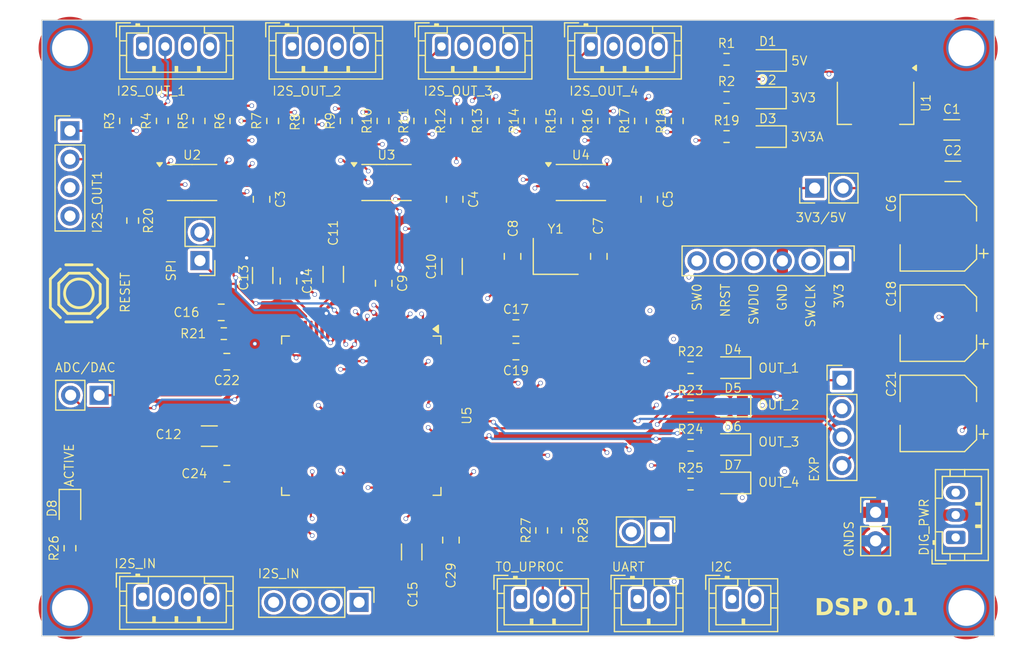
<source format=kicad_pcb>
(kicad_pcb (version 20240108) (generator "pcbnew") (generator_version "8.0")
  (layers (0 "F.Cu" signal) (1 "In1.Cu" signal) (2 "In2.Cu" signal) (31 "B.Cu" signal) (34 "B.Paste" user) (35 "F.Paste" user) (36 "B.SilkS" user "B.Silkscreen") (37 "F.SilkS" user "F.Silkscreen") (38 "B.Mask" user) (39 "F.Mask" user) (44 "Edge.Cuts" user))
  (net 0 "")
  (net 1 "GND")
  (net 2 "3V3")
  (net 3 "5V")
  (net 4 "Net-(D1-A)")
  (net 5 "Net-(D2-A)")
  (net 6 "SDA")
  (net 7 "SCL")
  (net 8 "I2S_IN_LRCLK")
  (net 9 "I2S_IN_DATA")
  (net 10 "I2S_IN_BCLK")
  (net 11 "I2S_OUT_1_DATA")
  (net 12 "I2S_OUT_4_DATA")
  (net 13 "I2S_OUT_2_DATA")
  (net 14 "I2S_OUT_3_DATA")
  (net 15 "SWDIO")
  (net 16 "SWCLK")
  (net 17 "OSC_IN")
  (net 18 "UART1_TX")
  (net 19 "OSC_OUT")
  (net 20 "SWO")
  (net 21 "UART1_RX")
  (net 22 "I2S_IN_MCLK")
  (net 23 "I2S_OUT_MCLK")
  (net 24 "3V3A")
  (net 25 "AGND")
  (net 26 "PROCESS_RIGHT")
  (net 27 "PROCESS_LEFT")
  (net 28 "PROCESS_SW")
  (net 29 "Net-(D3-A)")
  (net 30 "Net-(D4-A)")
  (net 31 "Net-(D5-A)")
  (net 32 "Net-(D6-A)")
  (net 33 "PROCESS_FOUR")
  (net 34 "Net-(U1-GND)")
  (net 35 "I2S_OUT_LRCLK1")
  (net 36 "I2S_OUT_BCLK1")
  (net 37 "I2S_OUT_MCLK1")
  (net 38 "CLOCKS_EN")
  (net 39 "Net-(D7-A)")
  (net 40 "Net-(D8-A)")
  (net 41 "DSP_ACTIVE")
  (net 42 "I2S_OUT_BCLK2")
  (net 43 "I2S_OUT_MCLK2")
  (net 44 "I2S_OUT_LRCLK2")
  (net 45 "I2S_OUT_MCLK3")
  (net 46 "I2S_OUT_LRCLK3")
  (net 47 "I2S_OUT_BCLK3")
  (net 48 "I2S_OUT_BCLK4")
  (net 49 "I2S_OUT_MCLK4")
  (net 50 "I2S_OUT_LRCLK4")
  (net 51 "Net-(U2-OUT1)")
  (net 52 "Net-(U4-OUT1)")
  (net 53 "Net-(U2-OUT2)")
  (net 54 "Net-(U4-OUT2)")
  (net 55 "Net-(U4-OUT3)")
  (net 56 "Net-(U2-OUT4)")
  (net 57 "Net-(U4-OUT4)")
  (net 58 "Net-(U2-OUT3)")
  (net 59 "BOOT0")
  (net 60 "DSP_NRST")
  (net 61 "DSP_INT")
  (net 62 "Net-(U5-VREF+)")
  (net 63 "Net-(U3-OUT1)")
  (net 64 "Net-(U3-OUT2)")
  (net 65 "Net-(U3-OUT3)")
  (net 66 "Net-(U3-OUT4)")
  (net 67 "Net-(U5-PC1)")
  (net 111 "SPI_MOSI")
  (net 112 "Net-(U5-PE3)")
  (net 113 "Net-(U5-PE6)")
  (net 114 "Net-(U5-PA7)")
  (net 115 "ADC")
  (net 116 "DAC")
  (net 117 "SPI_MISO")
  (net 121 "Net-(C12-Pad1)")
  (net 122 "Net-(C15-Pad1)")
  (net 124 "EXT1")
  (net 125 "EXT3")
  (net 126 "EXT4")
  (net 127 "EXT2")
  (footprint "Resistor_SMD:R_0603_1608Metric" (layer "F.Cu") (at 120.5364 73.565)
    (property "Reference" "R19")
    (property "Value" "150R")
  )
  (footprint "Capacitor_SMD:C_1206_3216Metric" (layer "F.Cu") (at 140.7364 76.665)
    (property "Reference" "C2")
    (property "Value" "10u")
  )
  (footprint "Resistor_SMD:R_0603_1608Metric" (layer "F.Cu") (at 116.1364 72.165 90)
    (property "Reference" "R18")
    (property "Value" "22R")
  )
  (footprint "Resistor_SMD:R_0603_1608Metric" (layer "F.Cu") (at 112.8537 72.165 90)
    (property "Reference" "R17")
    (property "Value" "22R")
  )
  (footprint "Resistor_SMD:R_0603_1608Metric" (layer "F.Cu") (at 70.1791 72.165 90)
    (property "Reference" "R4")
    (property "Value" "22R")
  )
  (footprint "Connector_JST:JST_PH_B2B-PH-K_1x02_P2.00mm_Vertical" (layer "F.Cu") (at 121.0364 114.865)
    (property "Reference" "J10" (hide yes))
    (property "Value" "Conn_01x02_Male")
  )
  (footprint "MountingHole:MountingHole_3.2mm_M3_DIN965_Pad_TopOnly" (layer "F.Cu") (at 61.9364 65.665)
    (property "Reference" "H1" (hide yes))
    (property "Value" "MountingHole")
  )
  (footprint "Resistor_SMD:R_0603_1608Metric" (layer "F.Cu") (at 103.0057 72.165 90)
    (property "Reference" "R14")
    (property "Value" "22R")
  )
  (footprint "Resistor_SMD:R_0603_1608Metric" (layer "F.Cu") (at 96.4404 72.165 90)
    (property "Reference" "R12")
    (property "Value" "22R")
  )
  (footprint "MountingHole:MountingHole_3.2mm_M3_DIN965_Pad_TopOnly" (layer "F.Cu") (at 141.9364 65.665)
    (property "Reference" "H2" (hide yes))
    (property "Value" "MountingHole")
  )
  (footprint "Resistor_SMD:R_0603_1608Metric" (layer "F.Cu") (at 66.8964 72.165 90)
    (property "Reference" "R3")
    (property "Value" "22R")
  )
  (footprint "Connector_PinHeader_2.54mm:PinHeader_1x02_P2.54mm_Vertical" (layer "F.Cu") (at 73.5364 84.64 180)
    (property "Reference" "J16" (hide yes))
    (property "Value" "Conn_01x02_Pin")
  )
  (footprint "Package_SO:TSSOP-8_4.4x3mm_P0.65mm" (layer "F.Cu") (at 107.5364 77.665)
    (property "Reference" "U4")
    (property "Value" "PI6CV304")
  )
  (footprint "Connector_JST:JST_PH_B4B-PH-K_1x04_P2.00mm_Vertical" (layer "F.Cu") (at 108.4364 65.515)
    (property "Reference" "J4" (hide yes))
    (property "Value" "Conn_01x04_Pin")
  )
  (footprint "Capacitor_SMD:C_0805_2012Metric" (layer "F.Cu") (at 96.2739 79.165 -90)
    (property "Reference" "C4")
    (property "Value" "0.1u")
  )
  (footprint "Resistor_SMD:R_0603_1608Metric" (layer "F.Cu") (at 117.3239 101.1317)
    (property "Reference" "R24")
    (property "Value" "150R")
  )
  (footprint "Diode_SMD:D_0805_2012Metric" (layer "F.Cu") (at 121.0114 104.4983 180)
    (property "Reference" "D7")
    (property "Value" "BLUE")
  )
  (footprint "Resistor_SMD:R_0603_1608Metric" (layer "F.Cu") (at 106.2884 72.165 90)
    (property "Reference" "R15")
    (property "Value" "22R")
  )
  (footprint "Connector_PinHeader_2.54mm:PinHeader_1x06_P2.54mm_Vertical" (layer "F.Cu") (at 130.5964 84.665 -90)
    (property "Reference" "J5" (hide yes))
    (property "Value" "Conn_01x06_Pin")
  )
  (footprint "Capacitor_SMD:C_0805_2012Metric" (layer "F.Cu") (at 75.9364 93.665 180)
    (property "Reference" "C22")
    (property "Value" "0.1u")
  )
  (footprint "Capacitor_SMD:C_1206_3216Metric" (layer "F.Cu") (at 85.4364 85.865 90)
    (property "Reference" "C11")
    (property "Value" "10u")
  )
  (footprint "Capacitor_SMD:C_0805_2012Metric" (layer "F.Cu") (at 113.6364 79.165 -90)
    (property "Reference" "C5")
    (property "Value" "0.1u")
  )
  (footprint "Resistor_SMD:R_0603_1608Metric" (layer "F.Cu") (at 117.3239 97.665)
    (property "Reference" "R23")
    (property "Value" "150R")
  )
  (footprint "Resistor_SMD:R_0603_1608Metric" (layer "F.Cu") (at 86.5924 72.165 90)
    (property "Reference" "R9")
    (property "Value" "22R")
  )
  (footprint "Capacitor_SMD:CP_Elec_6.3x7.7" (layer "F.Cu") (at 139.4364 90.2275 180)
    (property "Reference" "C18")
    (property "Value" "220u")
  )
  (footprint "Resistor_SMD:R_0603_1608Metric" (layer "F.Cu") (at 120.5364 70.065)
    (property "Reference" "R2")
    (property "Value" "150R")
  )
  (footprint "Capacitor_SMD:C_1206_3216Metric" (layer "F.Cu") (at 79.1364 85.965 -90)
    (property "Reference" "C13")
    (property "Value" "10u")
  )
  (footprint "MountingHole:MountingHole_3.2mm_M3_DIN965_Pad_TopOnly" (layer "F.Cu") (at 141.9364 115.665)
    (property "Reference" "H4" (hide yes))
    (property "Value" "MountingHole")
  )
  (footprint "Connector_JST:JST_PH_B4B-PH-K_1x04_P2.00mm_Vertical" (layer "F.Cu") (at 95.1031 65.515)
    (property "Reference" "J3" (hide yes))
    (property "Value" "Conn_01x04_Pin")
  )
  (footprint "Connector_PinHeader_2.54mm:PinHeader_1x02_P2.54mm_Vertical" (layer "F.Cu") (at 114.5764 108.865 -90)
    (property "Reference" "J15" (hide yes))
    (property "Value" "Conn_01x02_Pin")
  )
  (footprint "Capacitor_SMD:CP_Elec_6.3x7.7" (layer "F.Cu") (at 139.4364 82.165 180)
    (property "Reference" "C6")
    (property "Value" "220u")
  )
  (footprint "Package_SO:TSSOP-8_4.4x3mm_P0.65mm" (layer "F.Cu") (at 90.1864 77.665)
    (property "Reference" "U3")
    (property "Value" "PI6CV304")
  )
  (footprint "Capacitor_SMD:C_0805_2012Metric" (layer "F.Cu") (at 101.7364 92.765)
    (property "Reference" "C19")
    (property "Value" "0.1u")
  )
  (footprint "Resistor_SMD:R_0603_1608Metric" (layer "F.Cu") (at 117.3239 104.5983)
    (property "Reference" "R25")
    (property "Value" "150R")
  )
  (footprint "Resistor_SMD:R_0603_1608Metric" (layer "F.Cu") (at 106.3364 108.74 90)
    (property "Reference" "R28")
    (property "Value" "4.7K")
  )
  (footprint "Package_QFP:LQFP-100_14x14mm_P0.5mm" (layer "F.Cu") (at 87.9364 98.49 -90)
    (property "Reference" "U5")
    (property "Value" "STM32H723VGTx")
  )
  (footprint "Resistor_SMD:R_0603_1608Metric" (layer "F.Cu") (at 73.4617 72.165 90)
    (property "Reference" "R5")
    (property "Value" "22R")
  )
  (footprint "Package_TO_SOT_SMD:SOT-223-3_TabPin2" (layer "F.Cu") (at 133.8364 70.565 -90)
    (property "Reference" "U1")
    (property "Value" "AMS1117-3.3")
  )
  (footprint "Capacitor_SMD:C_0805_2012Metric" (layer "F.Cu") (at 101.4364 84.265 90)
    (property "Reference" "C8")
    (property "Value" "20p")
  )
  (footprint "Resistor_SMD:R_0603_1608Metric" (layer "F.Cu") (at 89.8751 72.165 90)
    (property "Reference" "R10")
    (property "Value" "22R")
  )
  (footprint "Resistor_SMD:R_0603_1608Metric" (layer "F.Cu") (at 67.5364 81.065 90)
    (property "Reference" "R20")
    (property "Value" "4.7K")
  )
  (footprint "Resistor_SMD:R_0603_1608Metric" (layer "F.Cu") (at 99.7231 72.165 90)
    (property "Reference" "R13")
    (property "Value" "22R")
  )
  (footprint "Resistor_SMD:R_0603_1608Metric" (layer "F.Cu") (at 61.9364 110.3275 90)
    (property "Reference" "R26")
    (property "Value" "150R")
  )
  (footprint "Capacitor_SMD:C_1206_3216Metric" (layer "F.Cu") (at 92.4364 110.665 -90)
    (property "Reference" "C15")
    (property "Value" "2.2u")
  )
  (footprint "Connector_PinHeader_2.54mm:PinHeader_1x04_P2.54mm_Vertical" (layer "F.Cu") (at 87.7364 115.165 -90)
    (property "Reference" "J12" (hide yes))
    (property "Value" "Conn_01x04_Pin")
  )
  (footprint "Connector_JST:JST_PH_B4B-PH-K_1x04_P2.00mm_Vertical" (layer "F.Cu") (at 68.4364 114.665)
    (property "Reference" "J7" (hide yes))
    (property "Value" "Conn_01x04_Pin")
  )
  (footprint "Connector_JST:JST_PH_B3B-PH-K_1x03_P2.00mm_Vertical" (layer "F.Cu") (at 102.1364 114.865)
    (property "Reference" "J8" (hide yes))
    (property "Value" "Conn_01x03_Pin")
  )
  (footprint "Package_SO:TSSOP-8_4.4x3mm_P0.65mm" (layer "F.Cu") (at 72.8364 77.665)
    (property "Reference" "U2")
    (property "Value" "PI6CV304")
  )
  (footprint "Resistor_SMD:R_0603_1608Metric" (layer "F.Cu") (at 75.6664 91.165)
    (property "Reference" "R21")
    (property "Value" "4.7K")
  )
  (footprint "easyeda2kicad:SW-SMD_4P-L5.1-W5.1-P3.70-LS6.5-TL_H1.5" (layer "F.Cu") (at 62.7364 87.565 90)
    (property "Reference" "SW2" (hide yes))
    (property "Value" "TS-1187A-B-A-B")
  )
  (footprint "Resistor_SMD:R_0603_1608Metric" (layer "F.Cu") (at 104.0364 108.74 -90)
    (property "Reference" "R27")
    (property "Value" "4.7K")
  )
  (footprint "MountingHole:MountingHole_3.2mm_M3_DIN965_Pad_TopOnly" (layer "F.Cu") (at 61.9364 115.665)
    (property "Reference" "H3" (hide yes))
    (property "Value" "MountingHole")
  )
  (footprint "Capacitor_SMD:C_1206_3216Metric" (layer "F.Cu") (at 96.0364 85.165 90)
    (property "Reference" "C10")
    (property "Value" "10u")
  )
  (footprint "Connector_JST:JST_PH_B4B-PH-K_1x04_P2.00mm_Vertical" (layer "F.Cu") (at 81.7697 65.515)
    (property "Reference" "J2" (hide yes))
    (property "Value" "Conn_01x04_Pin")
  )
  (footprint "Capacitor_SMD:C_0805_2012Metric" (layer "F.Cu") (at 75.4364 89.265 180)
    (property "Reference" "C16")
    (property "Value" "0.1u")
  )
  (footprint "Capacitor_SMD:CP_Elec_6.3x7.7" (layer "F.Cu") (at 139.4364 98.29 180)
    (property "Reference" "C21")
    (property "Value" "220u")
  )
  (footprint "Diode_SMD:D_0805_2012Metric" (layer "F.Cu") (at 124.1739 70.115 180)
    (property "Reference" "D2")
    (property "Value" "BLUE")
  )
  (footprint "Resistor_SMD:R_0603_1608Metric" (layer "F.Cu") (at 76.7444 72.165 90)
    (property "Reference" "R6")
    (property "Value" "22R")
  )
  (footprint "Diode_SMD:D_0805_2012Metric" (layer "F.Cu") (at 121.0114 97.6317 180)
    (property "Reference" "D5")
    (property "Value" "BLUE")
  )
  (footprint "Connector_JST:JST_PH_B2B-PH-K_1x02_P2.00mm_Vertical" (layer "F.Cu") (at 112.5864 114.865)
    (property "Reference" "J9" (hide yes))
    (property "Value" "Conn_01x02_Male")
  )
  (footprint "Diode_SMD:D_0805_2012Metric" (layer "F.Cu") (at 61.9364 106.765 -90)
    (property "Reference" "D8")
    (property "Value" "BLUE")
  )
  (footprint "Connector_JST:JST_PH_B3B-PH-K_1x03_P2.00mm_Vertical" (layer "F.Cu") (at 140.9864 109.365 90)
    (property "Reference" "J6" (hide yes))
    (property "Value" "Conn_01x03_Pin")
  )
  (footprint "Connector_PinHeader_2.54mm:PinHeader_1x04_P2.54mm_Vertical" (layer "F.Cu") (at 61.9364 73.045)
    (property "Reference" "J13" (hide yes))
    (property "Value" "Conn_01x04_Pin")
  )
  (footprint "Diode_SMD:D_0805_2012Metric" (layer "F.Cu") (at 124.1739 66.765 180)
    (property "Reference" "D1")
    (property "Value" "BLUE")
  )
  (footprint "Resistor_SMD:R_0603_1608Metric" (layer "F.Cu") (at 109.5711 72.165 90)
    (property "Reference" "R16")
    (property "Value" "22R")
  )
  (footprint "Crystal:Crystal_SMD_SeikoEpson_FA238-4Pin_3.2x2.5mm" (layer "F.Cu") (at 105.2864 84.265)
    (property "Reference" "Y1")
    (property "Value" "25 MHz")
  )
  (footprint "Resistor_SMD:R_0603_1608Metric" (layer "F.Cu") (at 80.0271 72.165 90)
    (property "Reference" "R7")
    (property "Value" "22R")
  )
  (footprint "Connector_PinHeader_2.54mm:PinHeader_1x02_P2.54mm_Vertical" (layer "F.Cu") (at 64.5364 96.665 -90)
    (property "Reference" "J17" (hide yes))
    (property "Value" "Conn_01x02_Pin")
  )
  (footprint "Connector_PinHeader_2.54mm:PinHeader_1x04_P2.54mm_Vertical" (layer "F.Cu") (at 130.8364 95.325)
    (property "Reference" "J18" (hide yes))
    (property "Value" "Conn_01x04_Pin")
  )
  (footprint "Capacitor_SMD:C_0805_2012Metric" (layer "F.Cu") (at 89.9364 86.665 -90)
    (property "Reference" "C9")
    (property "Value" "0.1u")
  )
  (footprint "Diode_SMD:D_0805_2012Metric" (layer "F.Cu") (at 124.1739 73.565 180)
    (property "Reference" "D3")
    (property "Value" "BLUE")
  )
  (footprint "Capacitor_SMD:C_0805_2012Metric" (layer "F.Cu") (at 109.1364 84.265 -90)
    (property "Reference" "C7")
    (property "Value" "20p")
  )
  (footprint "Connector_PinHeader_2.54mm:PinHeader_1x02_P2.54mm_Vertical" (layer "F.Cu") (at 128.3964 78.165 90)
    (property "Reference" "J14" (hide yes))
    (property "Value" "Conn_01x02_Pin")
  )
  (footprint "Diode_SMD:D_0805_2012Metric" (layer "F.Cu") (at 121.0114 101.065 180)
    (property "Reference" "D6")
    (property "Value" "BLUE")
  )
  (footprint "Diode_SMD:D_0805_2012Metric" (layer "F.Cu") (at 121.0114 94.1983 180)
    (property "Reference" "D4")
    (property "Value" "BLUE")
  )
  (footprint "Resistor_SMD:R_0603_1608Metric" (layer "F.Cu") (at 93.1577 72.165 90)
    (property "Reference" "R11")
    (property "Value" "22R")
  )
  (footprint "Connector_JST:JST_PH_B4B-PH-K_1x04_P2.00mm_Vertical" (layer "F.Cu") (at 68.4364 65.515)
    (property "Reference" "J1" (hide yes))
    (property "Value" "Conn_01x04_Pin")
  )
  (footprint "Capacitor_SMD:C_1206_3216Metric" (layer "F.Cu") (at 74.3739 100.315 180)
    (property "Reference" "C12")
    (property "Value" "2.2u")
  )
  (footprint "Resistor_SMD:R_0603_1608Metric" (layer "F.Cu") (at 83.3097 72.165 -90)
    (property "Reference" "R8")
    (property "Value" "22R")
  )
  (footprint "Capacitor_SMD:C_0805_2012Metric" (layer "F.Cu") (at 75.9364 103.665 180)
    (property "Reference" "C24")
    (property "Value" "0.1u")
  )
  (footprint "Capacitor_SMD:C_0805_2012Metric" (layer "F.Cu") (at 79.0364 79.165 -90)
    (property "Reference" "C3")
    (property "Value" "0.1u")
  )
  (footprint "Connector_PinHeader_2.54mm:PinHeader_1x02_P2.54mm_Vertical" (layer "F.Cu") (at 133.8364 107.125)
    (property "Reference" "J11" (hide yes))
    (property "Value" "Conn_01x02_Pin")
  )
  (footprint "Resistor_SMD:R_0603_1608Metric" (layer "F.Cu") (at 120.5364 66.665)
    (property "Reference" "R1")
    (property "Value" "150R")
  )
  (footprint "Capacitor_SMD:C_1206_3216Metric" (layer "F.Cu") (at 140.6364 72.965)
    (property "Reference" "C1")
    (property "Value" "10u")
  )
  (footprint "Capacitor_SMD:C_0805_2012Metric" (layer "F.Cu") (at 101.7364 90.665)
    (property "Reference" "C17")
    (property "Value" "0.1u")
  )
  (footprint "Capacitor_SMD:C_0805_2012Metric" (layer "F.Cu") (at 81.4364 86.465 -90)
    (property "Reference" "C14")
    (property "Value" "0.1u")
  )
  (footprint "Capacitor_SMD:C_0805_2012Metric" (layer "F.Cu") (at 95.9364 109.6025 -90)
    (property "Reference" "C29")
    (property "Value" "0.1u")
  )
  (footprint "Resistor_SMD:R_0603_1608Metric" (layer "F.Cu") (at 117.3239 94.1983)
    (property "Reference" "R22")
    (property "Value" "150R")
  )
  (gr_line (start 59.4364 108.165) (end 59.4364 63.165) (stroke (width 0.1)) (layer "Edge.Cuts"))
  (gr_line (start 59.4364 118.165) (end 59.4364 108.165) (stroke (width 0.1)) (layer "Edge.Cuts"))
  (gr_line (start 144.4364 118.165) (end 144.4364 63.165) (stroke (width 0.1)) (layer "Edge.Cuts"))
  (gr_line (start 59.4364 63.165) (end 144.4364 63.165) (stroke (width 0.1)) (layer "Edge.Cuts"))
  (gr_line (start 59.4364 118.165) (end 144.4364 118.165) (stroke (width 0.1)) (layer "Edge.Cuts"))
  (gr_text "DSP 0.1" (at 137.6364 116.565 0) (layer "F.SilkS") (effects (font (size 1.5 1.5) (thickness 0.1) (bold yes)) (justify right bottom)))
  (gr_text "I2S_OUT_3" (at 93.4364 69.965 0) (layer "F.SilkS") (effects (font (size 0.8 0.8) (thickness 0.1)) (justify left bottom)))
  (gr_text "DIG_PWR" (at 138.6364 111.065 90) (layer "F.SilkS") (effects (font (size 0.8 0.8) (thickness 0.1)) (justify left bottom)))
  (gr_text "I2S_IN" (at 65.8364 112.165 0) (layer "F.SilkS") (effects (font (size 0.8 0.8) (thickness 0.1)) (justify left bottom)))
  (gr_text "SW0" (at 118.3664 89.193572 90) (layer "F.SilkS") (effects (font (size 0.8 0.8) (thickness 0.1)) (justify left bottom)))
  (gr_text "I2S_IN" (at 78.6364 113.065 0) (layer "F.SilkS") (effects (font (size 0.8 0.8) (thickness 0.1)) (justify left bottom)))
  (gr_text "OUT_4" (at 123.3114 104.898334 0) (layer "F.SilkS") (effects (font (size 0.8 0.8) (thickness 0.1)) (justify left bottom)))
  (gr_text "OUT_2\n" (at 123.3114 97.998334 0) (layer "F.SilkS") (effects (font (size 0.8 0.8) (thickness 0.1)) (justify left bottom)))
  (gr_text "ACTIVE" (at 62.3364 104.9275 90) (layer "F.SilkS") (effects (font (size 0.8 0.8) (thickness 0.1)) (justify left bottom)))
  (gr_text "3V3" (at 126.2364 70.565 0) (layer "F.SilkS") (effects (font (size 0.8 0.8) (thickness 0.1)) (justify left bottom)))
  (gr_text "I2S_OUT1" (at 64.8364 82.265 90) (layer "F.SilkS") (effects (font (size 0.8 0.8) (thickness 0.1)) (justify left bottom)))
  (gr_text "I2C" (at 119.0364 112.465 0) (layer "F.SilkS") (effects (font (size 0.8 0.8) (thickness 0.1)) (justify left bottom)))
  (gr_text "EXP" (at 128.8364 104.465 90) (layer "F.SilkS") (effects (font (size 0.8 0.8) (thickness 0.1)) (justify left bottom)))
  (gr_text "SPI" (at 71.4364 86.565 90) (layer "F.SilkS") (effects (font (size 0.8 0.8) (thickness 0.1)) (justify left bottom)))
  (gr_text "NRST" (at 120.9004 89.765 90) (layer "F.SilkS") (effects (font (size 0.8 0.8) (thickness 0.1)) (justify left bottom)))
  (gr_text "OUT_1" (at 123.3114 94.698334 0) (layer "F.SilkS") (effects (font (size 0.8 0.8) (thickness 0.1)) (justify left bottom)))
  (gr_text "ADC/DAC" (at 60.5364 94.665 0) (layer "F.SilkS") (effects (font (size 0.8 0.8) (thickness 0.1)) (justify left bottom)))
  (gr_text "3V3/5V" (at 126.6364 81.265 0) (layer "F.SilkS") (effects (font (size 0.8 0.8) (thickness 0.1)) (justify left bottom)))
  (gr_text "3V3A" (at 126.2364 74.065 0) (layer "F.SilkS") (effects (font (size 0.8 0.8) (thickness 0.1)) (justify left bottom)))
  (gr_text "SWDIO" (at 123.4344 90.450714 90) (layer "F.SilkS") (effects (font (size 0.8 0.8) (thickness 0.1)) (justify left bottom)))
  (gr_text "SWCLK" (at 128.5024 90.679286 90) (layer "F.SilkS") (effects (font (size 0.8 0.8) (thickness 0.1)) (justify left bottom)))
  (gr_text "3V3\n" (at 131.0364 88.965 90) (layer "F.SilkS") (effects (font (size 0.8 0.8) (thickness 0.1)) (justify left bottom)))
  (gr_text "OUT_3" (at 123.3114 101.298334 0) (layer "F.SilkS") (effects (font (size 0.8 0.8) (thickness 0.1)) (justify left bottom)))
  (gr_text "I2S_OUT_1" (at 66.0364 69.965 0) (layer "F.SilkS") (effects (font (size 0.8 0.8) (thickness 0.1)) (justify left bottom)))
  (gr_text "5V" (at 126.2364 67.265 0) (layer "F.SilkS") (effects (font (size 0.8 0.8) (thickness 0.1)) (justify left bottom)))
  (gr_text "UART" (at 110.2364 112.465 0) (layer "F.SilkS") (effects (font (size 0.8 0.8) (thickness 0.1)) (justify left bottom)))
  (gr_text "I2S_OUT_2" (at 79.9364 69.965 0) (layer "F.SilkS") (effects (font (size 0.8 0.8) (thickness 0.1)) (justify left bottom)))
  (gr_text "TO_UPROC" (at 99.8364 112.465 0) (layer "F.SilkS") (effects (font (size 0.8 0.8) (thickness 0.1)) (justify left bottom)))
  (gr_text "GND\n" (at 125.9684 89.193571 90) (layer "F.SilkS") (effects (font (size 0.8 0.8) (thickness 0.1)) (justify left bottom)))
  (gr_text "RESET\n" (at 67.3364 89.365 90) (layer "F.SilkS") (effects (font (size 0.8 0.8) (thickness 0.1)) (justify left bottom)))
  (gr_text "I2S_OUT_4" (at 106.4364 69.965 0) (layer "F.SilkS") (effects (font (size 0.8 0.8) (thickness 0.1)) (justify left bottom)))
  (gr_text "GNDS" (at 131.9364 111.165 90) (layer "F.SilkS") (effects (font (size 0.8 0.8) (thickness 0.1)) (justify left bottom)))
  (segment (start 89.4364 89.665) (end 89.0364 89.265) (width 0.2) (layer "F.Cu") (net 1))
  (segment (start 80.2614 92.49) (end 78.8614 92.49) (width 0.2) (layer "F.Cu") (net 1))
  (segment (start 78.8614 92.49) (end 78.4364 92.065) (width 0.2) (layer "F.Cu") (net 1))
  (segment (start 89.4364 90.815) (end 89.4364 89.665) (width 0.2) (layer "F.Cu") (net 1))
  (via (at 78.4364 92.065) (size 0.4) (drill 0.3) (layers "F.Cu" "B.Cu") (net 1))
  (via (at 89.0364 89.265) (size 0.4) (drill 0.3) (layers "F.Cu" "B.Cu") (net 1))
  (segment (start 95.6114 92.49) (end 100.5114 92.49) (width 0.2) (layer "F.Cu") (net 2))
  (segment (start 93.0489 77.99) (end 96.0489 77.99) (width 0.2) (layer "F.Cu") (net 2))
  (segment (start 90.4842 78.9559) (end 90.4842 79.1636) (width 0.2) (layer "F.Cu") (net 2))
  (segment (start 76.8864 103.665) (end 77.7114 104.49) (width 0.2) (layer "F.Cu") (net 2))
  (segment (start 79.0364 78.215) (end 79.985 79.1636) (width 0.2) (layer "F.Cu") (net 2))
  (segment (start 76.6786 93.0022) (end 76.8864 93.0022) (width 0.2) (layer "F.Cu") (net 2))
  (segment (start 106.3364 107.915) (end 105.5989 108.6525) (width 0.2) (layer "F.Cu") (net 2))
  (segment (start 91.1582 91.9404) (end 89.2257 91.9404) (width 0.2) (layer "F.Cu") (net 2))
  (segment (start 83.5586 104.3902) (end 93.0428 104.3902) (width 0.2) (layer "F.Cu") (net 2))
  (segment (start 74.8414 91.165) (end 76.6786 93.0022) (width 0.2) (layer "F.Cu") (net 2))
  (segment (start 93.9364 105.2838) (end 93.9364 106.165) (width 0.2) (layer "F.Cu") (net 2))
  (segment (start 91.4364 86.64) (end 96.0364 86.64) (width 0.2) (layer "F.Cu") (net 2))
  (segment (start 90.4842 79.3713) (end 91.3683 80.2554) (width 0.2) (layer "F.Cu") (net 2))
  (segment (start 128.3964 78.165) (end 113.6864 78.165) (width 0.2) (layer "F.Cu") (net 2))
  (segment (start 95.9364 108.165) (end 95.9364 108.6525) (width 0.2) (layer "F.Cu") (net 2))
  (segment (start 109.2656 77.99) (end 107.412 76.1364) (width 0.2) (layer "F.Cu") (net 2))
  (segment (start 83.5586 104.3902) (end 83.5586 103.4787) (width 0.2) (layer "F.Cu") (net 2))
  (segment (start 76.8864 93.0022) (end 80.2492 93.0022) (width 0.2) (layer "F.Cu") (net 2))
  (segment (start 96.4864 86.64) (end 100.5114 90.665) (width 0.2) (layer "F.Cu") (net 2))
  (segment (start 102.9389 76.1364) (end 100.8603 78.215) (width 0.2) (layer "F.Cu") (net 2))
  (segment (start 75.7281 77.9608) (end 78.7822 77.9608) (width 0.2) (layer "F.Cu") (net 2))
  (segment (start 91.4364 91.6622) (end 91.1582 91.9404) (width 0.2) (layer "F.Cu") (net 2))
  (segment (start 83.4588 104.49) (end 83.5586 104.3902) (width 0.2) (layer "F.Cu") (net 2))
  (segment (start 89.2257 91.9404) (end 88.9364 91.6511) (width 0.2) (layer "F.Cu") (net 2))
  (segment (start 119.7114 70.065) (end 121.3517 68.4247) (width 0.2) (layer "F.Cu") (net 2))
  (segment (start 91.4364 86.865) (end 91.4364 90.815) (width 0.2) (layer "F.Cu") (net 2))
  (segment (start 107.412 76.1364) (end 102.9389 76.1364) (width 0.2) (layer "F.Cu") (net 2))
  (segment (start 82.1225 93.1066) (end 87.4809 93.1066) (width 0.2) (layer "F.Cu") (net 2))
  (segment (start 121.3517 68.4247) (end 123.7319 68.4247) (width 0.2) (layer "F.Cu") (net 2))
  (segment (start 91.4364 86.865) (end 91.4364 85.365) (width 0.2) (layer "F.Cu") (net 2))
  (segment (start 93.0428 104.3902) (end 93.9364 105.2838) (width 0.2) (layer "F.Cu") (net 2))
  (segment (start 90.4842 79.1636) (end 90.4842 79.3713) (width 0.2) (layer "F.Cu") (net 2))
  (segment (start 80.2614 104.49) (end 83.4588 104.49) (width 0.2) (layer "F.Cu") (net 2))
  (segment (start 142.1364 99.2343) (end 142.1364 98.29) (width 0.2) (layer "F.Cu") (net 2))
  (segment (start 105.5989 108.6525) (end 95.9364 108.6525) (width 0.2) (layer "F.Cu") (net 2))
  (segment (start 77.7114 104.49) (end 80.2614 104.49) (width 0.2) (layer "F.Cu") (net 2))
  (segment (start 141.5645 99.8062) (end 142.1364 99.2343) (width 0.2) (layer "F.Cu") (net 2))
  (segment (start 81.9201 93.1066) (end 82.1225 93.1066) (width 0.2) (layer "F.Cu") (net 2))
  (segment (start 82.1225 93.3301) (end 82.1225 93.1066) (width 0.2) (layer "F.Cu") (net 2))
  (segment (start 100.5114 90.665) (end 100.5114 92.49) (width 0.2) (layer "F.Cu") (net 2))
  (segment (start 80.2553 92.9961) (end 81.8096 92.9961) (width 0.2) (layer "F.Cu") (net 2))
  (segment (start 110.3989 77.99) (end 109.2656 77.99) (width 0.2) (layer "F.Cu") (net 2))
  (segment (start 113.4114 77.99) (end 110.3989 77.99) (width 0.2) (layer "F.Cu") (net 2))
  (segment (start 87.4809 93.1066) (end 88.9364 91.6511) (width 0.2) (layer "F.Cu") (net 2))
  (segment (start 91.4364 86.64) (end 91.4364 86.865) (width 0.2) (layer "F.Cu") (net 2))
  (segment (start 91.4364 90.815) (end 91.4364 91.6622) (width 0.2) (layer "F.Cu") (net 2))
  (segment (start 81.8096 92.9961) (end 81.9201 93.1066) (width 0.2) (layer "F.Cu") (net 2))
  (segment (start 88.9364 91.6511) (end 88.9364 90.815) (width 0.2) (layer "F.Cu") (net 2))
  (segment (start 91.4501 77.99) (end 90.4842 78.9559) (width 0.2) (layer "F.Cu") (net 2))
  (segment (start 76.8864 93.0022) (end 76.8864 93.665) (width 0.2) (layer "F.Cu") (net 2))
  (segment (start 91.4364 85.365) (end 91.3364 85.265) (width 0.2) (layer "F.Cu") (net 2))
  (segment (start 79.985 79.1636) (end 90.4842 79.1636) (width 0.2) (layer "F.Cu") (net 2))
  (segment (start 100.8603 78.215) (end 96.2739 78.215) (width 0.2) (layer "F.Cu") (net 2))
  (segment (start 93.9364 106.165) (end 95.9364 108.165) (width 0.2) (layer "F.Cu") (net 2))
  (segment (start 93.0489 77.99) (end 91.4501 77.99) (width 0.2) (layer "F.Cu") (net 2))
  (via (at 141.5645 99.8062) (size 0.4) (drill 0.3) (layers "F.Cu" "B.Cu") (net 2))
  (via (at 91.3683 80.2554) (size 0.4) (drill 0.3) (layers "F.Cu" "B.Cu") (net 2))
  (via (at 82.1225 93.3301) (size 0.4) (drill 0.3) (layers "F.Cu" "B.Cu") (net 2))
  (via (at 123.7319 68.4247) (size 0.4) (drill 0.3) (layers "F.Cu" "B.Cu") (net 2))
  (via (at 91.3364 85.265) (size 0.4) (drill 0.3) (layers "F.Cu" "B.Cu") (net 2))
  (via (at 83.5586 103.4787) (size 0.4) (drill 0.3) (layers "F.Cu" "B.Cu") (net 2))
  (segment (start 91.3364 80.2873) (end 91.3683 80.2554) (width 0.2) (layer "B.Cu") (net 2))
  (segment (start 91.3364 85.265) (end 91.3364 80.2873) (width 0.2) (layer "B.Cu") (net 2))
  (segment (start 130.9364 78.165) (end 137.7614 78.165) (width 0.2) (layer "F.Cu") (net 3))
  (segment (start 129.6761 67.7719) (end 120.8183 67.7719) (width 0.2) (layer "F.Cu") (net 3))
  (segment (start 137.7614 78.165) (end 139.2614 76.665) (width 0.2) (layer "F.Cu") (net 3))
  (segment (start 139.4889 89.6782) (end 141.5871 89.6782) (width 0.2) (layer "F.Cu") (net 3))
  (segment (start 120.8183 67.7719) (end 119.7114 66.665) (width 0.2) (layer "F.Cu") (net 3))
  (segment (start 129.6761 67.9917) (end 129.6761 67.7719) (width 0.2) (layer "F.Cu") (net 3))
  (segment (start 131.1795 67.7719) (end 129.6761 67.7719) (width 0.2) (layer "F.Cu") (net 3))
  (via (at 129.6761 67.9917) (size 0.4) (drill 0.3) (layers "F.Cu" "B.Cu") (net 3))
  (via (at 139.4889 89.6782) (size 0.4) (drill 0.3) (layers "F.Cu" "B.Cu") (net 3))
  (segment (start 123.2364 66.765) (end 121.4614 66.765) (width 0.2) (layer "F.Cu") (net 4))
  (segment (start 123.2364 70.115) (end 121.4114 70.115) (width 0.2) (layer "F.Cu") (net 5))
  (segment (start 96.8597 95.99) (end 96.9626 96.0929) (width 0.2) (layer "F.Cu") (net 6))
  (segment (start 103.4178 96.0929) (end 103.935 95.5757) (width 0.2) (layer "F.Cu") (net 6))
  (segment (start 96.9626 96.0929) (end 103.4178 96.0929) (width 0.2) (layer "F.Cu") (net 6))
  (segment (start 95.6114 95.99) (end 96.8597 95.99) (width 0.2) (layer "F.Cu") (net 6))
  (via (at 103.935 95.5757) (size 0.4) (drill 0.3) (layers "F.Cu" "B.Cu") (net 6))
  (via (at 123.7319 97.5642) (size 0.4) (drill 0.3) (layers "F.Cu" "B.Cu") (net 6))
  (segment (start 93.9157 97.3029) (end 93.9157 97.5951) (width 0.2) (layer "F.Cu") (net 7))
  (segment (start 95.6114 96.49) (end 94.7286 96.49) (width 0.2) (layer "F.Cu") (net 7))
  (segment (start 94.7286 96.49) (end 93.9157 97.3029) (width 0.2) (layer "F.Cu") (net 7))
  (via (at 93.9157 97.5951) (size 0.4) (drill 0.3) (layers "F.Cu" "B.Cu") (net 7))
  (via (at 120.6481 99.5157) (size 0.4) (drill 0.3) (layers "F.Cu" "B.Cu") (net 7))
  (segment (start 92.9364 91.8706) (end 90.4585 94.3485) (width 0.2) (layer "F.Cu") (net 8))
  (segment (start 86.6357 103.942) (end 95.5634 103.942) (width 0.2) (layer "F.Cu") (net 8))
  (segment (start 92.9364 90.815) (end 92.9364 91.8706) (width 0.2) (layer "F.Cu") (net 8))
  (segment (start 86.0853 103.3916) (end 86.6357 103.942) (width 0.2) (layer "F.Cu") (net 8))
  (segment (start 90.4585 94.3485) (end 86.0853 94.3485) (width 0.2) (layer "F.Cu") (net 8))
  (segment (start 86.3247 75.6908) (end 87.3239 76.69) (width 0.2) (layer "F.Cu") (net 8))
  (segment (start 86.0853 75.6908) (end 86.3247 75.6908) (width 0.2) (layer "F.Cu") (net 8))
  (via (at 86.0853 103.3916) (size 0.4) (drill 0.3) (layers "F.Cu" "B.Cu") (net 8))
  (via (at 86.0853 75.6908) (size 0.4) (drill 0.3) (layers "F.Cu" "B.Cu") (net 8))
  (via (at 86.0853 94.3485) (size 0.4) (drill 0.3) (layers "F.Cu" "B.Cu") (net 8))
  (segment (start 95.6114 97.49) (end 94.752 97.49) (width 0.2) (layer "F.Cu") (net 9))
  (segment (start 84.6568 98.1171) (end 84.1039 97.5642) (width 0.2) (layer "F.Cu") (net 9))
  (segment (start 94.752 97.49) (end 94.1249 98.1171) (width 0.2) (layer "F.Cu") (net 9))
  (segment (start 94.1249 98.1171) (end 84.6568 98.1171) (width 0.2) (layer "F.Cu") (net 9))
  (via (at 84.1039 97.5642) (size 0.4) (drill 0.3) (layers "F.Cu" "B.Cu") (net 9))
  (segment (start 70.9463 75.7176) (end 70.9463 75.7128) (width 0.2) (layer "F.Cu") (net 10))
  (segment (start 92.4364 91.7182) (end 92.4364 90.815) (width 0.2) (layer "F.Cu") (net 10))
  (segment (start 85.7344 93.99) (end 86.1032 93.6212) (width 0.2) (layer "F.Cu") (net 10))
  (segment (start 86.1032 93.6212) (end 88.0667 93.6212) (width 0.2) (layer "F.Cu") (net 10))
  (segment (start 80.2614 93.99) (end 85.7344 93.99) (width 0.2) (layer "F.Cu") (net 10))
  (segment (start 90.5334 93.6212) (end 92.4364 91.7182) (width 0.2) (layer "F.Cu") (net 10))
  (segment (start 69.9739 76.69) (end 70.9463 75.7176) (width 0.2) (layer "F.Cu") (net 10))
  (segment (start 88.0667 93.6212) (end 90.5334 93.6212) (width 0.2) (layer "F.Cu") (net 10))
  (via (at 88.0667 93.6212) (size 0.4) (drill 0.3) (layers "F.Cu" "B.Cu") (net 10))
  (via (at 70.9463 75.7128) (size 0.4) (drill 0.3) (layers "F.Cu" "B.Cu") (net 10))
  (segment (start 103.0057 71.34) (end 101.0307 69.365) (width 0.2) (layer "F.Cu") (net 11))
  (segment (start 98.8364 69.365) (end 97.8364 70.365) (width 0.2) (layer "F.Cu") (net 11))
  (segment (start 101.0307 69.365) (end 98.8364 69.365) (width 0.2) (layer "F.Cu") (net 11))
  (via (at 97.8364 70.365) (size 0.4) (drill 0.3) (layers "F.Cu" "B.Cu") (net 11))
  (segment (start 115.2381 71.3449) (end 116.1315 71.3449) (width 0.2) (layer "F.Cu") (net 12))
  (via (at 115.2381 71.3449) (size 0.4) (drill 0.3) (layers "F.Cu" "B.Cu") (net 12))
  (segment (start 89.8751 71.34) (end 88.1177 71.34) (width 0.2) (layer "F.Cu") (net 13))
  (segment (start 88.1177 71.34) (end 88.0667 71.391) (width 0.2) (layer "F.Cu") (net 13))
  (via (at 88.0667 71.391) (size 0.4) (drill 0.3) (layers "F.Cu" "B.Cu") (net 13))
  (segment (start 78.1597 70.8074) (end 77.277 70.8074) (width 0.2) (layer "F.Cu") (net 14))
  (segment (start 77.277 70.8074) (end 76.7444 71.34) (width 0.2) (layer "F.Cu") (net 14))
  (via (at 78.1597 70.8074) (size 0.4) (drill 0.3) (layers "F.Cu" "B.Cu") (net 14))
  (segment (start 92.4364 106.165) (end 92.4364 107.1625) (width 0.2) (layer "F.Cu") (net 15))
  (segment (start 92.4364 107.1625) (end 91.9125 107.6864) (width 0.2) (layer "F.Cu") (net 15))
  (via (at 91.9125 107.6864) (size 0.4) (drill 0.3) (layers "F.Cu" "B.Cu") (net 15))
  (via (at 121.9388 105.8176) (size 0.4) (drill 0.3) (layers "F.Cu" "B.Cu") (net 15))
  (segment (start 96.9624 104.49) (end 97.9737 103.4787) (width 0.2) (layer "F.Cu") (net 16))
  (segment (start 95.6114 104.49) (end 96.9624 104.49) (width 0.2) (layer "F.Cu") (net 16))
  (via (at 97.9737 103.4787) (size 0.4) (drill 0.3) (layers "F.Cu" "B.Cu") (net 16))
  (via (at 125.7133 103.4787) (size 0.4) (drill 0.3) (layers "F.Cu" "B.Cu") (net 16))
  (segment (start 106.3864 83.465) (end 108.9864 83.465) (width 0.2) (layer "F.Cu") (net 17))
  (segment (start 105.6153 81.7922) (end 91.87 81.7922) (width 0.2) (layer "F.Cu") (net 17))
  (segment (start 106.3864 82.5633) (end 105.6153 81.7922) (width 0.2) (layer "F.Cu") (net 17))
  (segment (start 88.4364 89.632192) (end 88.47536 89.593232) (width 0.2) (layer "F.Cu") (net 17))
  (segment (start 88.4364 90.815) (end 88.4364 89.632192) (width 0.2) (layer "F.Cu") (net 17))
  (segment (start 106.3864 83.465) (end 106.3864 82.5633) (width 0.2) (layer "F.Cu") (net 17))
  (via (at 91.87 81.7922) (size 0.4) (drill 0.3) (layers "F.Cu" "B.Cu") (net 17))
  (via (at 88.47536 89.593232) (size 0.4) (drill 0.3) (layers "F.Cu" "B.Cu") (net 17))
  (segment (start 83.4364 107.5642) (end 83.5586 107.6864) (width 0.2) (layer "F.Cu") (net 18))
  (segment (start 83.4364 106.165) (end 83.4364 107.5642) (width 0.2) (layer "F.Cu") (net 18))
  (via (at 83.5586 107.6864) (size 0.4) (drill 0.3) (layers "F.Cu" "B.Cu") (net 18))
  (segment (start 104.1864 85.065) (end 103.1847 85.065) (width 0.2) (layer "F.Cu") (net 19))
  (segment (start 101.4364 85.215) (end 101.4364 85.7948) (width 0.2) (layer "F.Cu") (net 19))
  (segment (start 87.9364 90.815) (end 87.9364 89.723229) (width 0.2) (layer "F.Cu") (net 19))
  (segment (start 103.1847 85.065) (end 103.0347 85.215) (width 0.2) (layer "F.Cu") (net 19))
  (segment (start 87.9364 89.723229) (end 87.403853 89.190682) (width 0.2) (layer "F.Cu") (net 19))
  (segment (start 101.4364 85.7948) (end 99.2143 88.0169) (width 0.2) (layer "F.Cu") (net 19))
  (segment (start 103.0347 85.215) (end 101.4364 85.215) (width 0.2) (layer "F.Cu") (net 19))
  (via (at 99.2143 88.0169) (size 0.4) (drill 0.3) (layers "F.Cu" "B.Cu") (net 19))
  (via (at 87.403853 89.190682) (size 0.4) (drill 0.3) (layers "F.Cu" "B.Cu") (net 19))
  (segment (start 113.833182 97.99) (end 114.283182 97.54) (width 0.2) (layer "F.Cu") (net 20))
  (segment (start 95.6114 97.99) (end 113.833182 97.99) (width 0.2) (layer "F.Cu") (net 20))
  (via (at 114.283182 97.54) (size 0.4) (drill 0.3) (layers "F.Cu" "B.Cu") (net 20))
  (segment (start 82.9364 108.5737) (end 83.5586 109.1959) (width 0.2) (layer "F.Cu") (net 21))
  (segment (start 82.9364 106.165) (end 82.9364 108.5737) (width 0.2) (layer "F.Cu") (net 21))
  (via (at 83.5586 109.1959) (size 0.4) (drill 0.3) (layers "F.Cu" "B.Cu") (net 21))
  (segment (start 89.4364 105.3142) (end 89.0368 104.9146) (width 0.2) (layer "F.Cu") (net 22))
  (segment (start 89.0368 104.9146) (end 88.5361 104.9146) (width 0.2) (layer "F.Cu") (net 22))
  (segment (start 89.4364 106.165) (end 89.4364 105.3142) (width 0.2) (layer "F.Cu") (net 22))
  (via (at 88.5361 104.9146) (size 0.4) (drill 0.3) (layers "F.Cu" "B.Cu") (net 22))
  (segment (start 83.9363 89.9149) (end 81.4364 87.415) (width 0.2) (layer "F.Cu") (net 24))
  (segment (start 139.1614 72.965) (end 138.4114 73.715) (width 0.2) (layer "F.Cu") (net 24))
  (segment (start 83.9363 90.815) (end 83.9363 89.9149) (width 0.2) (layer "F.Cu") (net 24))
  (segment (start 140.7364 76.04) (end 138.4114 73.715) (width 0.2) (layer "F.Cu") (net 24))
  (segment (start 79.1364 87.44) (end 81.4239 87.44) (width 0.2) (layer "F.Cu") (net 24))
  (segment (start 140.7364 80.765) (end 140.7364 76.04) (width 0.2) (layer "F.Cu") (net 24))
  (segment (start 142.1364 82.165) (end 140.7364 80.765) (width 0.2) (layer "F.Cu") (net 24))
  (segment (start 117.7877 73.9062) (end 119.3702 73.9062) (width 0.2) (layer "F.Cu") (net 24))
  (segment (start 133.8364 67.64) (end 139.1614 72.965) (width 0.2) (layer "F.Cu") (net 24))
  (segment (start 138.4114 73.715) (end 133.8364 73.715) (width 0.2) (layer "F.Cu") (net 24))
  (segment (start 120.7497 72.5267) (end 119.7114 73.565) (width 0.2) (layer "F.Cu") (net 24))
  (segment (start 132.6481 72.5267) (end 120.7497 72.5267) (width 0.2) (layer "F.Cu") (net 24))
  (segment (start 81.4364 87.4275) (end 83.5451 87.4275) (width 0.2) (layer "F.Cu") (net 24))
  (segment (start 133.8364 73.715) (end 132.6481 72.5267) (width 0.2) (layer "F.Cu") (net 24))
  (segment (start 83.5451 87.4275) (end 83.7846 87.667) (width 0.2) (layer "F.Cu") (net 24))
  (segment (start 119.3702 73.9062) (end 119.7114 73.565) (width 0.2) (layer "F.Cu") (net 24))
  (via (at 83.7846 87.667) (size 0.4) (drill 0.3) (layers "F.Cu" "B.Cu") (net 24))
  (via (at 117.1785 86.1299) (size 0.4) (drill 0.3) (layers "F.Cu" "B.Cu") (net 24))
  (via (at 117.7877 73.9062) (size 0.4) (drill 0.3) (layers "F.Cu" "B.Cu") (net 24))
  (segment (start 82.6378 85.7352) (end 81.6566 85.7352) (width 0.2) (layer "F.Cu") (net 25))
  (segment (start 84.8155 89.3536) (end 84.9364 89.4745) (width 0.2) (layer "F.Cu") (net 25))
  (segment (start 77.7022 84.4053) (end 79.0517 84.4053) (width 0.2) (layer "F.Cu") (net 25))
  (segment (start 84.9364 89.4745) (end 84.9364 90.815) (width 0.2) (layer "F.Cu") (net 25))
  (via (at 84.8155 89.3536) (size 0.4) (drill 0.3) (layers "F.Cu" "B.Cu") (net 25))
  (via (at 82.6378 85.7352) (size 0.4) (drill 0.3) (layers "F.Cu" "B.Cu") (net 25))
  (via (at 77.7022 84.4053) (size 0.4) (drill 0.3) (layers "F.Cu" "B.Cu") (net 25))
  (segment (start 111.8435 101.5415) (end 111.292 100.99) (width 0.2) (layer "F.Cu") (net 26))
  (segment (start 115.958582 97.665) (end 114.347491 99.276091) (width 0.2) (layer "F.Cu") (net 26))
  (segment (start 111.292 100.99) (end 95.6114 100.99) (width 0.2) (layer "F.Cu") (net 26))
  (segment (start 116.4989 97.665) (end 115.958582 97.665) (width 0.2) (layer "F.Cu") (net 26))
  (via (at 114.347491 99.276091) (size 0.4) (drill 0.3) (layers "F.Cu" "B.Cu") (net 26))
  (via (at 111.8435 101.5415) (size 0.4) (drill 0.3) (layers "F.Cu" "B.Cu") (net 26))
  (segment (start 109.5606 101.49) (end 109.8621 101.7915) (width 0.2) (layer "F.Cu") (net 27))
  (segment (start 115.9218 93.6212) (end 116.4989 94.1983) (width 0.2) (layer "F.Cu") (net 27))
  (segment (start 95.6114 101.49) (end 109.5606 101.49) (width 0.2) (layer "F.Cu") (net 27))
  (segment (start 113.2796 93.6212) (end 115.9218 93.6212) (width 0.2) (layer "F.Cu") (net 27))
  (via (at 113.2796 93.6212) (size 0.4) (drill 0.3) (layers "F.Cu" "B.Cu") (net 27))
  (via (at 109.8621 101.7915) (size 0.4) (drill 0.3) (layers "F.Cu" "B.Cu") (net 27))
  (segment (start 116.4989 101.1317) (end 116.06419 101.1317) (width 0.2) (layer "F.Cu") (net 28))
  (segment (start 99.3364 100.265) (end 99.1114 100.49) (width 0.2) (layer "F.Cu") (net 28))
  (segment (start 115.49749 100.565) (end 114.2364 100.565) (width 0.2) (layer "F.Cu") (net 28))
  (segment (start 116.06419 101.1317) (end 115.566945 100.634455) (width 0.2) (layer "F.Cu") (net 28))
  (segment (start 99.1114 100.49) (end 95.6114 100.49) (width 0.2) (layer "F.Cu") (net 28))
  (segment (start 115.566945 100.634455) (end 115.49749 100.565) (width 0.2) (layer "F.Cu") (net 28))
  (via (at 99.3364 100.265) (size 0.4) (drill 0.3) (layers "F.Cu" "B.Cu") (net 28))
  (via (at 114.2364 100.565) (size 0.4) (drill 0.3) (layers "F.Cu" "B.Cu") (net 28))
  (segment (start 99.6364 100.565) (end 99.3364 100.265) (width 0.2) (layer "B.Cu") (net 28))
  (segment (start 114.2364 100.565) (end 99.6364 100.565) (width 0.2) (layer "B.Cu") (net 28))
  (segment (start 123.2364 73.565) (end 121.3614 73.565) (width 0.2) (layer "F.Cu") (net 29))
  (segment (start 120.0739 94.1983) (end 118.1489 94.1983) (width 0.2) (layer "F.Cu") (net 30))
  (segment (start 120.0739 97.6317) (end 118.1822 97.6317) (width 0.2) (layer "F.Cu") (net 31))
  (segment (start 120.0739 101.065) (end 118.2156 101.065) (width 0.2) (layer "F.Cu") (net 32))
  (segment (start 114.8364 102.9358) (end 116.4989 104.5983) (width 0.2) (layer "F.Cu") (net 33))
  (segment (start 113.8249 102.9358) (end 114.8364 102.9358) (width 0.2) (layer "F.Cu") (net 33))
  (segment (start 95.6114 99.99) (end 94.3494 99.99) (width 0.2) (layer "F.Cu") (net 33))
  (segment (start 94.3494 99.99) (end 93.9054 99.546) (width 0.2) (layer "F.Cu") (net 33))
  (via (at 93.9054 99.546) (size 0.4) (drill 0.3) (layers "F.Cu" "B.Cu") (net 33))
  (via (at 113.8249 102.9358) (size 0.4) (drill 0.3) (layers "F.Cu" "B.Cu") (net 33))
  (segment (start 136.1364 67.415) (end 141.6864 72.965) (width 0.2) (layer "F.Cu") (net 34))
  (segment (start 142.1114 72.965) (end 142.1114 76.565) (width 0.2) (layer "F.Cu") (net 34))
  (segment (start 72.0091 69.8874) (end 73.4617 71.34) (width 0.2) (layer "F.Cu") (net 35))
  (segment (start 70.1631 69.8874) (end 72.0091 69.8874) (width 0.2) (layer "F.Cu") (net 35))
  (via (at 70.1631 69.8874) (size 0.4) (drill 0.3) (layers "F.Cu" "B.Cu") (net 35))
  (segment (start 70.1791 70.9026) (end 70.1791 71.34) (width 0.2) (layer "F.Cu") (net 36))
  (segment (start 66.0479 75.585) (end 70.1791 71.4538) (width 0.2) (layer "F.Cu") (net 36))
  (segment (start 70.6769 70.4048) (end 70.1791 70.9026) (width 0.2) (layer "F.Cu") (net 36))
  (segment (start 61.9364 75.585) (end 66.0479 75.585) (width 0.2) (layer "F.Cu") (net 36))
  (via (at 70.6769 70.4048) (size 0.4) (drill 0.3) (layers "F.Cu" "B.Cu") (net 36))
  (segment (start 70.4364 65.515) (end 70.4364 66.6917) (width 0.2) (layer "B.Cu") (net 36))
  (segment (start 70.4364 66.6917) (end 70.6769 66.9322) (width 0.2) (layer "B.Cu") (net 36))
  (segment (start 70.6769 66.9322) (end 70.6769 70.4048) (width 0.2) (layer "B.Cu") (net 36))
  (segment (start 64.7931 71.34) (end 66.8964 71.34) (width 0.2) (layer "F.Cu") (net 37))
  (segment (start 61.9364 73.045) (end 63.0881 73.045) (width 0.2) (layer "F.Cu") (net 37))
  (segment (start 63.0881 73.045) (end 64.7931 71.34) (width 0.2) (layer "F.Cu") (net 37))
  (segment (start 70.6624 77.34) (end 71.0376 77.7152) (width 0.2) (layer "F.Cu") (net 38))
  (segment (start 71.0376 77.7152) (end 71.0376 77.8492) (width 0.2) (layer "F.Cu") (net 38))
  (segment (start 88.2481 77.34) (end 87.3239 77.34) (width 0.2) (layer "F.Cu") (net 38))
  (segment (start 89.9364 89.387182) (end 89.164363 88.615145) (width 0.2) (layer "F.Cu") (net 38))
  (segment (start 72.2155 77.8492) (end 71.0376 77.8492) (width 0.2) (layer "F.Cu") (net 38))
  (segment (start 71.0376 77.8492) (end 71.0376 78.9183) (width 0.2) (layer "F.Cu") (net 38))
  (segment (start 89.9364 90.815) (end 89.9364 89.387182) (width 0.2) (layer "F.Cu") (net 38))
  (segment (start 88.5596 77.6515) (end 88.2481 77.34) (width 0.2) (layer "F.Cu") (net 38))
  (segment (start 69.9739 77.34) (end 70.6624 77.34) (width 0.2) (layer "F.Cu") (net 38))
  (segment (start 89.164363 88.615145) (end 89.050241 88.615145) (width 0.2) (layer "F.Cu") (net 38))
  (segment (start 104.603 77.4109) (end 102.3828 77.4109) (width 0.2) (layer "F.Cu") (net 38))
  (segment (start 71.0376 78.9183) (end 69.7159 80.24) (width 0.2) (layer "F.Cu") (net 38))
  (segment (start 69.7159 80.24) (end 67.5364 80.24) (width 0.2) (layer "F.Cu") (net 38))
  (via (at 88.5596 77.6515) (size 0.4) (drill 0.3) (layers "F.Cu" "B.Cu") (net 38))
  (via (at 89.050241 88.615145) (size 0.4) (drill 0.3) (layers "F.Cu" "B.Cu") (net 38))
  (via (at 102.3828 77.4109) (size 0.4) (drill 0.3) (layers "F.Cu" "B.Cu") (net 38))
  (via (at 72.2155 77.8492) (size 0.4) (drill 0.3) (layers "F.Cu" "B.Cu") (net 38))
  (segment (start 120.0739 104.4983) (end 118.2489 104.4983) (width 0.2) (layer "F.Cu") (net 39))
  (segment (start 61.9364 107.7025) (end 61.9364 109.5025) (width 0.2) (layer "F.Cu") (net 40))
  (segment (start 76.8364 111.265) (end 62.0489 111.265) (width 0.2) (layer "F.Cu") (net 41))
  (segment (start 76.8364 111.265) (end 81.9364 106.165) (width 0.2) (layer "F.Cu") (net 41))
  (segment (start 84.4401 72.4776) (end 83.8221 72.4776) (width 0.2) (layer "F.Cu") (net 42))
  (segment (start 83.8221 72.4776) (end 83.3097 72.99) (width 0.2) (layer "F.Cu") (net 42))
  (via (at 84.4401 72.4776) (size 0.4) (drill 0.3) (layers "F.Cu" "B.Cu") (net 42))
  (segment (start 81.9829 71.3918) (end 80.0789 71.3918) (width 0.2) (layer "F.Cu") (net 43))
  (via (at 81.9829 71.3918) (size 0.4) (drill 0.3) (layers "F.Cu" "B.Cu") (net 43))
  (segment (start 85.6056 71.0675) (end 86.3199 71.0675) (width 0.2) (layer "F.Cu") (net 44))
  (via (at 85.6056 71.0675) (size 0.4) (drill 0.3) (layers "F.Cu" "B.Cu") (net 44))
  (segment (start 95.1031 65.515) (end 93.1577 67.4604) (width 0.2) (layer "F.Cu") (net 45))
  (segment (start 93.1577 67.4604) (end 93.1577 71.34) (width 0.2) (layer "F.Cu") (net 45))
  (segment (start 99.7231 70.1903) (end 99.7231 71.34) (width 0.2) (layer "F.Cu") (net 46))
  (segment (start 99.9551 69.9583) (end 99.7231 70.1903) (width 0.2) (layer "F.Cu") (net 46))
  (via (at 99.9551 69.9583) (size 0.4) (drill 0.3) (layers "F.Cu" "B.Cu") (net 46))
  (segment (start 96.4404 70.4245) (end 96.4404 71.34) (width 0.2) (layer "F.Cu") (net 47))
  (segment (start 96.5227 70.3422) (end 96.4404 70.4245) (width 0.2) (layer "F.Cu") (net 47))
  (via (at 96.5227 70.3422) (size 0.4) (drill 0.3) (layers "F.Cu" "B.Cu") (net 47))
  (segment (start 110.4499 71.2861) (end 109.625 71.2861) (width 0.2) (layer "F.Cu") (net 48))
  (via (at 110.4499 71.2861) (size 0.4) (drill 0.3) (layers "F.Cu" "B.Cu") (net 48))
  (segment (start 108.4364 65.515) (end 106.2884 67.663) (width 0.2) (layer "F.Cu") (net 49))
  (segment (start 106.2884 67.663) (end 106.2884 71.34) (width 0.2) (layer "F.Cu") (net 49))
  (segment (start 112.8537 70.6899) (end 112.8537 71.34) (width 0.2) (layer "F.Cu") (net 50))
  (segment (start 113.5853 69.9583) (end 112.8537 70.6899) (width 0.2) (layer "F.Cu") (net 50))
  (via (at 113.5853 69.9583) (size 0.4) (drill 0.3) (layers "F.Cu" "B.Cu") (net 50))
  (segment (start 68.8955 74.2736) (end 70.1791 72.99) (width 0.2) (layer "F.Cu") (net 51))
  (segment (start 69.9739 77.99) (end 69.2332 77.99) (width 0.2) (layer "F.Cu") (net 51))
  (segment (start 69.2332 77.99) (end 68.8955 77.6523) (width 0.2) (layer "F.Cu") (net 51))
  (segment (start 68.8955 77.6523) (end 68.8955 74.2736) (width 0.2) (layer "F.Cu") (net 51))
  (segment (start 103.6145 77.99) (end 103.4316 78.1729) (width 0.2) (layer "F.Cu") (net 52))
  (segment (start 67.8706 73.0528) (end 66.9592 73.0528) (width 0.2) (layer "F.Cu") (net 52))
  (segment (start 104.6739 77.99) (end 103.6145 77.99) (width 0.2) (layer "F.Cu") (net 52))
  (via (at 103.4316 78.1729) (size 0.4) (drill 0.3) (layers "F.Cu" "B.Cu") (net 52))
  (via (at 67.8706 73.0528) (size 0.4) (drill 0.3) (layers "F.Cu" "B.Cu") (net 52))
  (segment (start 82.4847 72.165) (end 77.1946 72.165) (width 0.2) (layer "F.Cu") (net 53))
  (segment (start 83.3097 71.34) (end 82.4847 72.165) (width 0.2) (layer "F.Cu") (net 53))
  (segment (start 77.5622 78.64) (end 75.6989 78.64) (width 0.2) (layer "F.Cu") (net 53))
  (segment (start 77.7397 78.4625) (end 77.5622 78.64) (width 0.2) (layer "F.Cu") (net 53))
  (via (at 77.7397 78.4625) (size 0.4) (drill 0.3) (layers "F.Cu" "B.Cu") (net 53))
  (via (at 77.1946 72.165) (size 0.4) (drill 0.3) (layers "F.Cu" "B.Cu") (net 53))
  (segment (start 87.0161 75.076) (end 88.5597 76.6196) (width 0.2) (layer "F.Cu") (net 54))
  (segment (start 108.6715 78.64) (end 110.3989 78.64) (width 0.2) (layer "F.Cu") (net 54))
  (segment (start 80.0271 72.99) (end 82.1131 75.076) (width 0.2) (layer "F.Cu") (net 54))
  (segment (start 107.8807 77.8492) (end 108.6715 78.64) (width 0.2) (layer "F.Cu") (net 54))
  (segment (start 82.1131 75.076) (end 87.0161 75.076) (width 0.2) (layer "F.Cu") (net 54))
  (segment (start 88.5597 76.6196) (end 88.5597 76.6431) (width 0.2) (layer "F.Cu") (net 54))
  (via (at 88.5597 76.6431) (size 0.4) (drill 0.3) (layers "F.Cu" "B.Cu") (net 54))
  (via (at 107.8807 77.8492) (size 0.4) (drill 0.3) (layers "F.Cu" "B.Cu") (net 54))
  (segment (start 94.2735 73.3467) (end 93.5144 73.3467) (width 0.2) (layer "F.Cu") (net 55))
  (segment (start 110.3989 76.69) (end 109.8621 76.1532) (width 0.2) (layer "F.Cu") (net 55))
  (segment (start 109.8621 76.1532) (end 109.8621 75.7192) (width 0.2) (layer "F.Cu") (net 55))
  (segment (start 93.5144 73.3467) (end 93.1577 72.99) (width 0.2) (layer "F.Cu") (net 55))
  (via (at 109.8621 75.7192) (size 0.4) (drill 0.3) (layers "F.Cu" "B.Cu") (net 55))
  (via (at 94.2735 73.3467) (size 0.4) (drill 0.3) (layers "F.Cu" "B.Cu") (net 55))
  (segment (start 108.6549 73.9062) (end 109.5711 72.99) (width 0.2) (layer "F.Cu") (net 56))
  (segment (start 107.8807 73.9062) (end 108.6549 73.9062) (width 0.2) (layer "F.Cu") (net 56))
  (segment (start 75.6989 77.34) (end 76.8298 77.34) (width 0.2) (layer "F.Cu") (net 56))
  (segment (start 76.8298 77.34) (end 78.2109 75.9589) (width 0.2) (layer "F.Cu") (net 56))
  (via (at 78.2109 75.9589) (size 0.4) (drill 0.3) (layers "F.Cu" "B.Cu") (net 56))
  (via (at 107.8807 73.9062) (size 0.4) (drill 0.3) (layers "F.Cu" "B.Cu") (net 56))
  (segment (start 109.7178 77.34) (end 106.2884 73.9106) (width 0.2) (layer "F.Cu") (net 57))
  (segment (start 110.3989 77.34) (end 109.7178 77.34) (width 0.2) (layer "F.Cu") (net 57))
  (segment (start 106.2884 73.9106) (end 106.2884 72.99) (width 0.2) (layer "F.Cu") (net 57))
  (segment (start 96.4209 73.0095) (end 96.4209 75.8162) (width 0.2) (layer "F.Cu") (net 58))
  (segment (start 75.6989 76.0861) (end 75.6989 76.69) (width 0.2) (layer "F.Cu") (net 58))
  (segment (start 76.1411 75.6439) (end 75.6989 76.0861) (width 0.2) (layer "F.Cu") (net 58))
  (via (at 76.1411 75.6439) (size 0.4) (drill 0.3) (layers "F.Cu" "B.Cu") (net 58))
  (via (at 96.4209 75.8162) (size 0.4) (drill 0.3) (layers "F.Cu" "B.Cu") (net 58))
  (segment (start 104.1364 114.865) (end 104.1364 109.665) (width 0.2) (layer "F.Cu") (net 59))
  (segment (start 101.8354 95.49) (end 101.9365 95.5911) (width 0.2) (layer "F.Cu") (net 59))
  (segment (start 95.6114 95.49) (end 101.8354 95.49) (width 0.2) (layer "F.Cu") (net 59))
  (via (at 101.9365 95.5911) (size 0.4) (drill 0.3) (layers "F.Cu" "B.Cu") (net 59))
  (segment (start 60.8864 88.2234) (end 75.3448 88.2234) (width 0.2) (layer "F.Cu") (net 60))
  (segment (start 86.7903 92.6718) (end 82.1183 92.6718) (width 0.2) (layer "F.Cu") (net 60))
  (segment (start 87.3367 92.1254) (end 87.4364 92.0257) (width 0.2) (layer "F.Cu") (net 60))
  (segment (start 60.8864 84.565) (end 60.8864 88.2234) (width 0.2) (layer "F.Cu") (net 60))
  (segment (start 87.3367 92.1254) (end 86.7903 92.6718) (width 0.2) (layer "F.Cu") (net 60))
  (segment (start 82.1183 92.6718) (end 80.6115 91.165) (width 0.2) (layer "F.Cu") (net 60))
  (segment (start 75.3448 88.2234) (end 76.3864 89.265) (width 0.2) (layer "F.Cu") (net 60))
  (segment (start 80.6115 91.165) (end 76.4914 91.165) (width 0.2) (layer "F.Cu") (net 60))
  (segment (start 60.8864 88.2234) (end 60.8864 90.565) (width 0.2) (layer "F.Cu") (net 60))
  (segment (start 87.4364 92.0257) (end 87.4364 90.815) (width 0.2) (layer "F.Cu") (net 60))
  (segment (start 76.4914 91.165) (end 76.4914 89.37) (width 0.2) (layer "F.Cu") (net 60))
  (via (at 115.8575 113.2947) (size 0.4) (drill 0.3) (layers "F.Cu" "B.Cu") (net 60))
  (via (at 87.3367 92.1254) (size 0.4) (drill 0.3) (layers "F.Cu" "B.Cu") (net 60))
  (via (at 115.8063 91.6497) (size 0.4) (drill 0.3) (layers "F.Cu" "B.Cu") (net 60))
  (segment (start 106.3364 113.4883) (end 106.3364 109.565) (width 0.2) (layer "F.Cu") (net 61))
  (segment (start 106.1364 113.6883) (end 106.3364 113.4883) (width 0.2) (layer "F.Cu") (net 61))
  (segment (start 95.6114 101.99) (end 104.521 101.99) (width 0.2) (layer "F.Cu") (net 61))
  (segment (start 104.521 101.99) (end 104.5725 102.0415) (width 0.2) (layer "F.Cu") (net 61))
  (segment (start 106.1364 114.865) (end 106.1364 113.6883) (width 0.2) (layer "F.Cu") (net 61))
  (via (at 104.5725 102.0415) (size 0.4) (drill 0.3) (layers "F.Cu" "B.Cu") (net 61))
  (segment (start 85.4364 87.615) (end 84.3138 88.7376) (width 0.2) (layer "F.Cu") (net 62))
  (segment (start 84.3138 89.5613) (end 84.4364 89.6839) (width 0.2) (layer "F.Cu") (net 62))
  (segment (start 85.4364 87.615) (end 89.9364 87.615) (width 0.2) (layer "F.Cu") (net 62))
  (segment (start 84.4364 89.6839) (end 84.4364 90.815) (width 0.2) (layer "F.Cu") (net 62))
  (segment (start 84.3138 88.7376) (end 84.3138 89.5613) (width 0.2) (layer "F.Cu") (net 62))
  (segment (start 74.366 73.8943) (end 73.4617 72.99) (width 0.2) (layer "F.Cu") (net 63))
  (segment (start 81.0368 77.99) (end 76.9411 73.8943) (width 0.2) (layer "F.Cu") (net 63))
  (segment (start 87.3239 77.99) (end 81.0368 77.99) (width 0.2) (layer "F.Cu") (net 63))
  (segment (start 76.9411 73.8943) (end 74.366 73.8943) (width 0.2) (layer "F.Cu") (net 63))
  (segment (start 92.5253 79.1636) (end 90.9859 79.1636) (width 0.2) (layer "F.Cu") (net 64))
  (segment (start 93.0489 78.64) (end 92.5253 79.1636) (width 0.2) (layer "F.Cu") (net 64))
  (segment (start 87.8566 74.2542) (end 86.5924 72.99) (width 0.2) (layer "F.Cu") (net 64))
  (segment (start 89.8192 74.2542) (end 87.8566 74.2542) (width 0.2) (layer "F.Cu") (net 64))
  (via (at 90.9859 79.1636) (size 0.4) (drill 0.3) (layers "F.Cu" "B.Cu") (net 64))
  (via (at 89.8192 74.2542) (size 0.4) (drill 0.3) (layers "F.Cu" "B.Cu") (net 64))
  (segment (start 99.7231 73.2235) (end 96.2566 76.69) (width 0.2) (layer "F.Cu") (net 65))
  (segment (start 96.2566 76.69) (end 93.0489 76.69) (width 0.2) (layer "F.Cu") (net 65))
  (segment (start 100.7497 77.34) (end 93.0489 77.34) (width 0.2) (layer "F.Cu") (net 66))
  (segment (start 105.8477 72.242) (end 100.7497 77.34) (width 0.2) (layer "F.Cu") (net 66))
  (segment (start 112.8537 72.99) (end 112.1057 72.242) (width 0.2) (layer "F.Cu") (net 66))
  (segment (start 112.1057 72.242) (end 105.8477 72.242) (width 0.2) (layer "F.Cu") (net 66))
  (segment (start 115.2381 73.1556) (end 115.9708 73.1556) (width 0.2) (layer "F.Cu") (net 67))
  (segment (start 86.4364 92.0025) (end 86.5593 92.1254) (width 0.2) (layer "F.Cu") (net 67))
  (segment (start 86.4364 90.815) (end 86.4364 92.0025) (width 0.2) (layer "F.Cu") (net 67))
  (via (at 86.5593 92.1254) (size 0.4) (drill 0.3) (layers "F.Cu" "B.Cu") (net 67))
  (via (at 113.6959 89.1113) (size 0.4) (drill 0.3) (layers "F.Cu" "B.Cu") (net 67))
  (via (at 115.2381 73.1556) (size 0.4) (drill 0.3) (layers "F.Cu" "B.Cu") (net 67))
  (segment (start 85.4364 90.815) (end 85.4364 91.735037) (width 0.2) (layer "F.Cu") (net 111))
  (segment (start 76.5364 85.1) (end 73.5364 82.1) (width 0.2) (layer "F.Cu") (net 111))
  (segment (start 76.5364 85.965) (end 76.5364 85.1) (width 0.2) (layer "F.Cu") (net 111))
  (segment (start 76.7364 86.165) (end 76.5364 85.965) (width 0.2) (layer "F.Cu") (net 111))
  (segment (start 85.4364 91.735037) (end 85.189517 91.98192) (width 0.2) (layer "F.Cu") (net 111))
  (via (at 76.7364 86.165) (size 0.4) (drill 0.3) (layers "F.Cu" "B.Cu") (net 111))
  (via (at 85.189517 91.98192) (size 0.4) (drill 0.3) (layers "F.Cu" "B.Cu") (net 111))
  (segment (start 78.429293 89.065) (end 82.272597 89.065) (width 0.2) (layer "B.Cu") (net 111))
  (segment (start 76.7364 87.372107) (end 76.7364 86.165) (width 0.2) (layer "B.Cu") (net 111))
  (segment (start 85.189517 91.98192) (end 82.272597 89.065) (width 0.2) (layer "B.Cu") (net 111))
  (segment (start 78.429293 89.065) (end 76.7364 87.372107) (width 0.2) (layer "B.Cu") (net 111))
  (segment (start 78.1853 73.9062) (end 77.6606 73.9062) (width 0.2) (layer "F.Cu") (net 112))
  (segment (start 93.4364 90.815) (end 93.4364 89.5169) (width 0.2) (layer "F.Cu") (net 112))
  (segment (start 93.4364 89.5169) (end 93.3146 89.3951) (width 0.2) (layer "F.Cu") (net 112))
  (segment (start 77.6606 73.9062) (end 76.7444 72.99) (width 0.2) (layer "F.Cu") (net 112))
  (via (at 93.3146 89.3951) (size 0.4) (drill 0.3) (layers "F.Cu" "B.Cu") (net 112))
  (via (at 91.8604 71.9331) (size 0.4) (drill 0.3) (layers "F.Cu" "B.Cu") (net 112))
  (via (at 78.1853 73.9062) (size 0.4) (drill 0.3) (layers "F.Cu" "B.Cu") (net 112))
  (segment (start 91.9364 89.7622) (end 92.3035 89.3951) (width 0.2) (layer "F.Cu") (net 113))
  (segment (start 91.9364 90.815) (end 91.9364 89.7622) (width 0.2) (layer "F.Cu") (net 113))
  (segment (start 90.7913 73.9062) (end 89.8751 72.99) (width 0.2) (layer "F.Cu") (net 113))
  (segment (start 91.8604 73.9062) (end 90.7913 73.9062) (width 0.2) (layer "F.Cu") (net 113))
  (via (at 91.8604 73.9062) (size 0.4) (drill 0.3) (layers "F.Cu" "B.Cu") (net 113))
  (via (at 92.3035 89.3951) (size 0.4) (drill 0.3) (layers "F.Cu" "B.Cu") (net 113))
  (segment (start 80.2614 94.99) (end 92.5493 94.99) (width 0.2) (layer "F.Cu") (net 114))
  (segment (start 101.7379 73.0968) (end 102.8989 73.0968) (width 0.2) (layer "F.Cu") (net 114))
  (segment (start 92.5493 94.99) (end 93.9157 93.6236) (width 0.2) (layer "F.Cu") (net 114))
  (via (at 101.7379 73.0968) (size 0.4) (drill 0.3) (layers "F.Cu" "B.Cu") (net 114))
  (via (at 93.9157 93.6236) (size 0.4) (drill 0.3) (layers "F.Cu" "B.Cu") (net 114))
  (segment (start 79.2114 94.49) (end 76.6364 97.065) (width 0.2) (layer "F.Cu") (net 115))
  (segment (start 69.3864 97.815) (end 63.1464 97.815) (width 0.2) (layer "F.Cu") (net 115))
  (segment (start 69.4364 97.765) (end 69.3864 97.815) (width 0.2) (layer "F.Cu") (net 115))
  (segment (start 63.1464 97.815) (end 61.9964 96.665) (width 0.2) (layer "F.Cu") (net 115))
  (segment (start 80.2614 94.49) (end 79.2114 94.49) (width 0.2) (layer "F.Cu") (net 115))
  (via (at 69.4364 97.765) (size 0.4) (drill 0.3) (layers "F.Cu" "B.Cu") (net 115))
  (via (at 76.6364 97.065) (size 0.4) (drill 0.3) (layers "F.Cu" "B.Cu") (net 115))
  (segment (start 76.6364 97.065) (end 70.1364 97.065) (width 0.2) (layer "B.Cu") (net 115))
  (segment (start 70.1364 97.065) (end 69.4364 97.765) (width 0.2) (layer "B.Cu") (net 115))
  (segment (start 75.396144 96.665) (end 64.5364 96.665) (width 0.2) (layer "F.Cu") (net 116))
  (segment (start 80.2614 93.49) (end 78.571144 93.49) (width 0.2) (layer "F.Cu") (net 116))
  (segment (start 78.571144 93.49) (end 75.396144 96.665) (width 0.2) (layer "F.Cu") (net 116))
  (segment (start 85.9364 90.815) (end 85.9364 89.465) (width 0.2) (layer "F.Cu") (net 117))
  (segment (start 78.5364 88.465) (end 78.401656 88.465) (width 0.2) (layer "F.Cu") (net 117))
  (segment (start 75.6114 86.715) (end 73.5364 84.64) (width 0.2) (layer "F.Cu") (net 117))
  (segment (start 85.9364 89.465) (end 85.5364 89.065) (width 0.2) (layer "F.Cu") (net 117))
  (segment (start 76.651656 86.715) (end 75.6114 86.715) (width 0.2) (layer "F.Cu") (net 117))
  (segment (start 78.401656 88.465) (end 76.651656 86.715) (width 0.2) (layer "F.Cu") (net 117))
  (via (at 85.5364 89.065) (size 0.4) (drill 0.3) (layers "F.Cu" "B.Cu") (net 117))
  (via (at 78.5364 88.465) (size 0.4) (drill 0.3) (layers "F.Cu" "B.Cu") (net 117))
  (segment (start 84.9364 88.465) (end 78.5364 88.465) (width 0.2) (layer "B.Cu") (net 117))
  (segment (start 85.5364 89.065) (end 84.9364 88.465) (width 0.2) (layer "B.Cu") (net 117))
  (segment (start 79.0239 103.49) (end 75.8489 100.315) (width 0.2) (layer "F.Cu") (net 121))
  (segment (start 80.2614 103.49) (end 79.0239 103.49) (width 0.2) (layer "F.Cu") (net 121))
  (segment (start 92.9364 108.69) (end 92.4364 109.19) (width 0.2) (layer "F.Cu") (net 122))
  (segment (start 92.9364 106.165) (end 92.9364 108.69) (width 0.2) (layer "F.Cu") (net 122))
  (segment (start 130.8364 95.325) (end 117.520764 95.325) (width 0.2) (layer "F.Cu") (net 124))
  (segment (start 99.383582 99.49) (end 95.6114 99.49) (width 0.2) (layer "F.Cu") (net 124))
  (segment (start 117.520764 95.325) (end 113.230764 99.615) (width 0.2) (layer "F.Cu") (net 124))
  (segment (start 113.230764 99.615) (end 99.508582 99.615) (width 0.2) (layer "F.Cu") (net 124))
  (segment (start 99.508582 99.615) (end 99.383582 99.49) (width 0.2) (layer "F.Cu") (net 124))
  (segment (start 95.6114 98.49) (end 111.3614 98.49) (width 0.2) (layer "F.Cu") (net 125))
  (segment (start 111.8364 98.965) (end 112.6364 98.965) (width 0.2) (layer "F.Cu") (net 125))
  (segment (start 111.3614 98.49) (end 111.8364 98.965) (width 0.2) (layer "F.Cu") (net 125))
  (via (at 112.6364 98.965) (size 0.4) (drill 0.3) (layers "F.Cu" "B.Cu") (net 125))
  (segment (start 112.825309 98.776091) (end 129.207491 98.776091) (width 0.2) (layer "B.Cu") (net 125))
  (segment (start 129.207491 98.776091) (end 130.8364 100.405) (width 0.2) (layer "B.Cu") (net 125))
  (segment (start 112.6364 98.965) (end 112.825309 98.776091) (width 0.2) (layer "B.Cu") (net 125))
  (segment (start 132.0364 101.745) (end 130.8364 102.945) (width 0.2) (layer "F.Cu") (net 126))
  (segment (start 132.0364 97.438654) (end 132.0364 101.745) (width 0.2) (layer "F.Cu") (net 126))
  (segment (start 131.312746 96.715) (end 132.0364 97.438654) (width 0.2) (layer "F.Cu") (net 126))
  (segment (start 115.0114 96.99) (end 115.4364 96.565) (width 0.2) (layer "F.Cu") (net 126))
  (segment (start 125.0864 96.715) (end 131.312746 96.715) (width 0.2) (layer "F.Cu") (net 126))
  (segment (start 125.0364 96.765) (end 125.0864 96.715) (width 0.2) (layer "F.Cu") (net 126))
  (segment (start 95.6114 96.99) (end 115.0114 96.99) (width 0.2) (layer "F.Cu") (net 126))
  (via (at 125.0364 96.765) (size 0.4) (drill 0.3) (layers "F.Cu" "B.Cu") (net 126))
  (via (at 115.4364 96.565) (size 0.4) (drill 0.3) (layers "F.Cu" "B.Cu") (net 126))
  (segment (start 124.8364 96.565) (end 125.0364 96.765) (width 0.2) (layer "B.Cu") (net 126))
  (segment (start 115.4364 96.565) (end 124.8364 96.565) (width 0.2) (layer "B.Cu") (net 126))
  (segment (start 128.6364 100.065) (end 116.1364 100.065) (width 0.2) (layer "F.Cu") (net 127))
  (segment (start 99.6614 98.99) (end 95.6114 98.99) (width 0.2) (layer "F.Cu") (net 127))
  (segment (start 99.7364 99.065) (end 99.6614 98.99) (width 0.2) (layer "F.Cu") (net 127))
  (segment (start 130.8364 97.865) (end 128.6364 100.065) (width 0.2) (layer "F.Cu") (net 127))
  (via (at 116.1364 100.065) (size 0.4) (drill 0.3) (layers "F.Cu" "B.Cu") (net 127))
  (via (at 99.7364 99.065) (size 0.4) (drill 0.3) (layers "F.Cu" "B.Cu") (net 127))
  (segment (start 100.7364 100.065) (end 116.1364 100.065) (width 0.2) (layer "B.Cu") (net 127))
  (segment (start 99.7364 99.065) (end 100.7364 100.065) (width 0.2) (layer "B.Cu") (net 127))
  (zone (net 1) (net_name "GND") (layers "F.Cu" "In2.Cu") (connect_pads (clearance 0.25)) (min_thickness 0.25) (fill yes (thermal_gap 0.5) (thermal_bridge_width 1))
    (polygon (pts (xy 146.4364 69.665) (xy 145.4364 69.665) (xy 145.4364 111.365) (xy 146.4364 111.365) (xy 146.4364 119.365) (xy 58.9364 119.365) (xy 58.9364 111.765) (xy 58.0364 111.765) (xy 58.0364 69.965) (xy 58.5364 69.965) (xy 58.5364 61.365) (xy 146.4364 61.365)))
  )
  (zone (net 25) (net_name "AGND") (layers "In1.Cu" "B.Cu") (connect_pads (clearance 0.25)) (min_thickness 0.25) (fill yes (thermal_gap 0.5) (thermal_bridge_width 1))
    (polygon (pts (xy 145.9364 69.665) (xy 145.4364 69.665) (xy 145.4364 111.365) (xy 144.7364 111.365) (xy 144.7364 119.365) (xy 58.4364 119.365) (xy 58.4364 111.765) (xy 58.0364 111.765) (xy 58.0364 69.965) (xy 58.5364 69.965) (xy 58.5364 61.365) (xy 145.9364 61.365)))
  )
)
</source>
